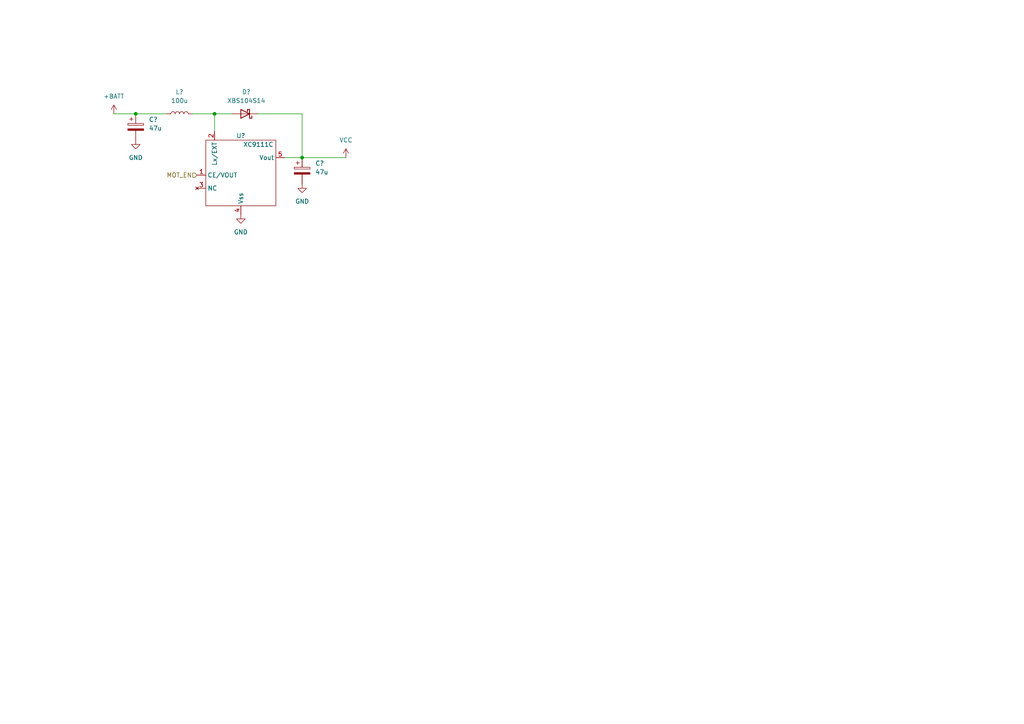
<source format=kicad_sch>
(kicad_sch (version 20211123) (generator eeschema)
  (paper "A4")
  (lib_symbols
    (symbol "Device:C_Polarized" (pin_numbers hide) (pin_names (offset 0.254))
      (property "Reference" "C" (at 0.635 2.54 0))
      (property "Value" "C_Polarized" (at 0.635 -2.54 0))
      (symbol "C_Polarized_0_1"
        (rectangle (start -2.286 0.508) (end 2.286 1.016))
        (polyline (pts (xy -1.778 2.286) (xy -0.762 2.286)))
        (polyline (pts (xy -1.27 2.794) (xy -1.27 1.778)))
        (rectangle (start 2.286 -0.508) (end -2.286 -1.016) (fill (type outline)))
      )
      (symbol "C_Polarized_1_1"
        (pin passive line (at 0 3.81 270) (length 2.794) (name "~") (number "1"))
        (pin passive line (at 0 -3.81 90) (length 2.794) (name "~") (number "2"))
      )
    )
    (symbol "Device:D_Schottky" (pin_numbers hide) (pin_names (offset 1.016) hide)
      (property "Reference" "D" (at 0 2.54 0))
      (property "Value" "D_Schottky" (at 0 -2.54 0))
      (symbol "D_Schottky_0_1"
        (polyline (pts (xy 1.27 0) (xy -1.27 0)))
        (polyline (pts (xy 1.27 1.27) (xy 1.27 -1.27) (xy -1.27 0) (xy 1.27 1.27)) (stroke (width 0.254)))
        (polyline (pts (xy -1.905 0.635) (xy -1.905 1.27) (xy -1.27 1.27) (xy -1.27 -1.27) (xy -0.635 -1.27) (xy -0.635 -0.635)) (stroke (width 0.254)))
      )
      (symbol "D_Schottky_1_1"
        (pin passive line (at -3.81 0 0) (length 2.54) (name "K") (number "1"))
        (pin passive line (at 3.81 0 180) (length 2.54) (name "A") (number "2"))
      )
    )
    (symbol "Device:L" (pin_numbers hide) (pin_names (offset 1.016) hide)
      (property "Reference" "L" (at -1.27 0 90))
      (property "Value" "L" (at 1.905 0 90))
      (symbol "L_0_1"
        (arc (start 0 -2.54) (mid 0.635 -1.905) (end 0 -1.27))
        (arc (start 0 -1.27) (mid 0.635 -0.635) (end 0 0))
        (arc (start 0 0) (mid 0.635 0.635) (end 0 1.27))
        (arc (start 0 1.27) (mid 0.635 1.905) (end 0 2.54))
      )
      (symbol "L_1_1"
        (pin passive line (at 0 3.81 270) (length 1.27) (name "1") (number "1"))
        (pin passive line (at 0 -3.81 90) (length 1.27) (name "2") (number "2"))
      )
    )
    (symbol "dcdc_torex:XC9111C"
      (property "Reference" "U" (at 0 2.54 0))
      (property "Value" "XC9111C" (at 0 0 0))
      (symbol "XC9111C_0_1"
        (rectangle (start -10.16 1.27) (end 10.16 -17.78))
      )
      (symbol "XC9111C_1_1"
        (pin input line (at -12.7 -8.89 0) (length 2.54) (name "CE/VOUT") (number "1"))
        (pin power_in line (at -7.62 3.81 270) (length 2.54) (name "Lx/EXT") (number "2"))
        (pin no_connect line (at -12.7 -12.7 0) (length 2.54) (name "NC") (number "3"))
        (pin power_in line (at 0 -20.32 90) (length 2.54) (name "Vss") (number "4"))
        (pin power_out line (at 12.7 -3.81 180) (length 2.54) (name "Vout") (number "5"))
      )
    )
    (symbol "power:+BATT" (power) (pin_names (offset 0))
      (property "Value" "+BATT" (at 0 3.556 0))
      (symbol "+BATT_0_1"
        (polyline (pts (xy -0.762 1.27) (xy 0 2.54)))
        (polyline (pts (xy 0 0) (xy 0 2.54)))
        (polyline (pts (xy 0 2.54) (xy 0.762 1.27)))
      )
      (symbol "+BATT_1_1"
        (pin power_in line (at 0 0 90) (length 0) hide (name "+BATT") (number "1"))
      )
    )
    (symbol "power:GND" (power) (pin_names (offset 0))
      (property "Value" "GND" (at 0 -3.81 0))
      (symbol "GND_0_1"
        (polyline (pts (xy 0 0) (xy 0 -1.27) (xy 1.27 -1.27) (xy 0 -2.54) (xy -1.27 -1.27) (xy 0 -1.27)))
      )
      (symbol "GND_1_1"
        (pin power_in line (at 0 0 270) (length 0) hide (name "GND") (number "1"))
      )
    )
    (symbol "power:VCC" (power) (pin_names (offset 0))
      (property "Value" "VCC" (at 0 3.81 0))
      (symbol "VCC_0_1"
        (polyline (pts (xy -0.762 1.27) (xy 0 2.54)))
        (polyline (pts (xy 0 0) (xy 0 2.54)))
        (polyline (pts (xy 0 2.54) (xy 0.762 1.27)))
      )
      (symbol "VCC_1_1"
        (pin power_in line (at 0 0 90) (length 0) hide (name "VCC") (number "1"))
      )
    )
  )
  (junction (at 39.37 33.02))
  (junction (at 62.23 33.02))
  (junction (at 87.63 45.72))
  (wire (pts (xy 55.88 33.02) (xy 62.23 33.02)))
  (wire (pts (xy 62.23 33.02) (xy 62.23 38.1)))
  (wire (pts (xy 82.55 45.72) (xy 87.63 45.72)))
  (wire (pts (xy 39.37 33.02) (xy 48.26 33.02)))
  (wire (pts (xy 87.63 33.02) (xy 87.63 45.72)))
  (wire (pts (xy 62.23 33.02) (xy 67.31 33.02)))
  (wire (pts (xy 74.93 33.02) (xy 87.63 33.02)))
  (wire (pts (xy 87.63 45.72) (xy 100.33 45.72)))
  (wire (pts (xy 33.02 33.02) (xy 39.37 33.02)))
  (hierarchical_label "MOT_EN" (shape input) (at 57.15 50.8 180))
  (symbol (lib_id "Device:L") (at 52.07 33.02 90) (unit 1)
    (property "Reference" "L?" (at 52.07 26.67 90))
    (property "Value" "100u" (at 52.07 29.21 90))
  )
  (symbol (lib_id "power:GND") (at 69.85 62.23 0) (unit 1)
    (property "Reference" "#PWR?" (effects hide))
    (property "Value" "GND" (at 69.85 67.31 0))
  )
  (symbol (lib_id "Device:C_Polarized") (at 39.37 36.83 0) (unit 1)
    (property "Reference" "C?" (at 43.18 34.6709 0) (effects (justify left)))
    (property "Value" "47u" (at 43.18 37.2109 0) (effects (justify left)))
  )
  (symbol (lib_id "Device:C_Polarized") (at 87.63 49.53 0) (unit 1)
    (property "Reference" "C?" (at 91.44 47.3709 0) (effects (justify left)))
    (property "Value" "47u" (at 91.44 49.9109 0) (effects (justify left)))
  )
  (symbol (lib_id "power:GND") (at 87.63 53.34 0) (unit 1)
    (property "Reference" "#PWR?" (effects hide))
    (property "Value" "GND" (at 87.63 58.42 0))
  )
  (symbol (lib_id "power:+BATT") (at 33.02 33.02 0) (unit 1)
    (property "Reference" "#PWR?" (effects hide))
    (property "Value" "+BATT" (at 33.02 27.94 0))
  )
  (symbol (lib_id "power:VCC") (at 100.33 45.72 0) (unit 1)
    (property "Reference" "#PWR?" (effects hide))
    (property "Value" "VCC" (at 100.33 40.64 0))
  )
  (symbol (lib_id "dcdc_torex:XC9111C") (at 69.85 41.91 0) (unit 1)
    (property "Reference" "U?" (at 69.85 39.37 0))
    (property "Value" "XC9111C" (at 74.93 41.91 0))
    (property "Footprint" "Package_TO_SOT_SMD:SOT-23-5" (effects hide))
  )
  (symbol (lib_id "Device:D_Schottky") (at 71.12 33.02 180) (unit 1)
    (property "Reference" "D?" (at 71.4375 26.67 0))
    (property "Value" "XBS104S14" (at 71.4375 29.21 0))
    (property "Footprint" "Diode_SMD:D_SOD-123" (effects hide))
  )
  (symbol (lib_id "power:GND") (at 39.37 40.64 0) (unit 1)
    (property "Reference" "#PWR?" (effects hide))
    (property "Value" "GND" (at 39.37 45.72 0))
  )
)
</source>
